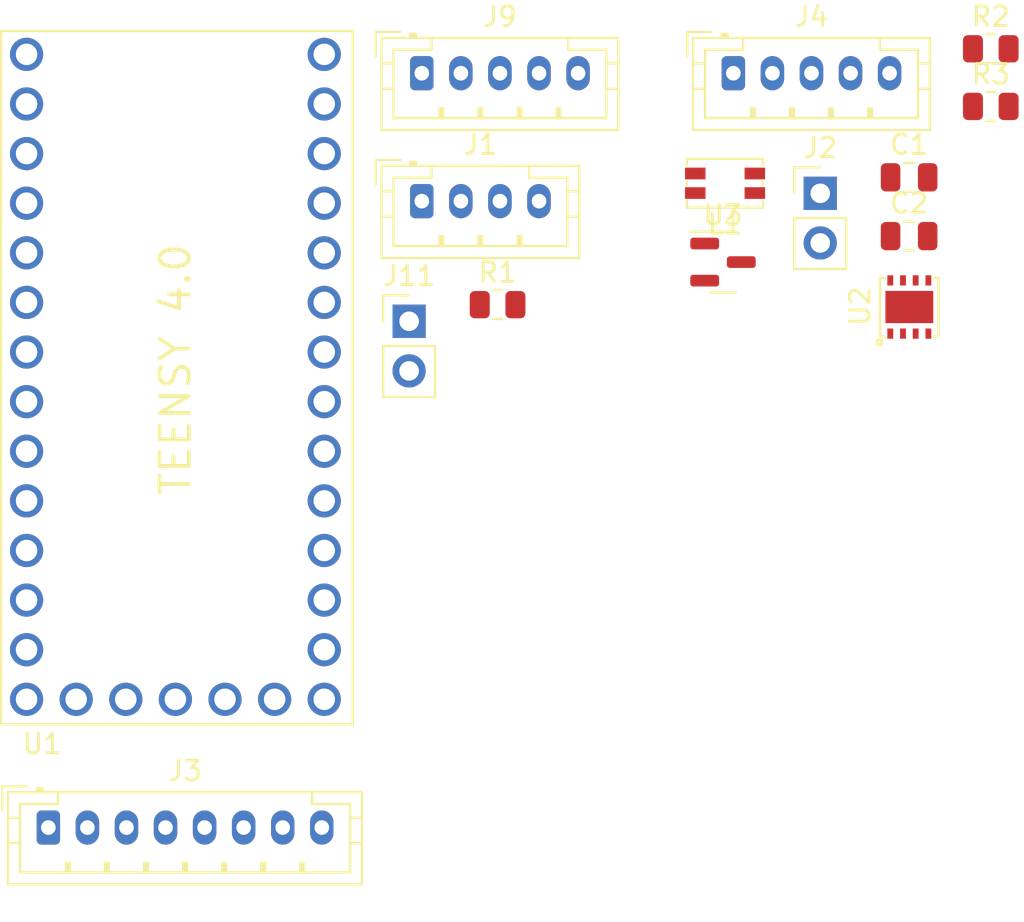
<source format=kicad_pcb>
(kicad_pcb (version 20221018) (generator pcbnew)
  (layers (0 "F.Cu" signal) (31 "B.Cu" signal) (34 "B.Paste" user) (35 "F.Paste" user) (36 "B.SilkS" user "B.Silkscreen") (37 "F.SilkS" user "F.Silkscreen") (38 "B.Mask" user) (39 "F.Mask" user) (44 "Edge.Cuts" user))
  (net 0 "")
  (net 1 "+5V")
  (net 2 "GND")
  (net 3 "/B1")
  (net 4 "/B1_LED_GND")
  (net 5 "Net-(J2-Pin_1)")
  (net 6 "/CAN/CAN_H")
  (net 7 "/GNSS/GNSS_REAR_TX")
  (net 8 "/GNSS/GNSS_REAR_RX")
  (net 9 "/GNSS/GNSS_FRONT_RX")
  (net 10 "/GNSS/GNSS_FRONT_TX")
  (net 11 "/GNSS/GNSS_TRACTOR_RX")
  (net 12 "/GNSS/GNSS_TRACTOR_TX")
  (net 13 "+12V")
  (net 14 "/CAN/CAN_L")
  (net 15 "/J1_SW")
  (net 16 "/J1_Y")
  (net 17 "/J1_X")
  (net 18 "Net-(J11-Pin_1)")
  (net 19 "Net-(U2-CANL)")
  (net 20 "Net-(U2-CANH)")
  (net 21 "Net-(U2-STB)")
  (net 37 "/CAN/CAN_TX")
  (net 38 "/CAN/CAN_RX")
  (footprint "Resistor_SMD:R_0805_2012Metric" (layer "F.Cu") (at 269.895 66.1175)
    (fp_text reference "R2" (at 0 -1.65) (layer "F.SilkS"))
    (fp_text value "10k")
    (fp_line (start -0.227064 -0.735) (end 0.227064 -0.735) (stroke (width 0.12)) (layer "F.SilkS"))
    (fp_line (start -0.227064 0.735) (end 0.227064 0.735) (stroke (width 0.12)) (layer "F.SilkS"))
    (pad "1" smd roundrect (at -0.9125 0) (size 1.025 1.4) (layers "F.Cu" "F.Paste" "F.Mask") (roundrect_rratio 0.243902) (net 2 "GND"))
    (pad "2" smd roundrect (at 0.9125 0) (size 1.025 1.4) (layers "F.Cu" "F.Paste" "F.Mask") (roundrect_rratio 0.243902) (net 21 "Net-(U2-STB)"))
  )
  (footprint "Connector_JST:JST_PH_B5B-PH-K_1x05_P2.00mm_Vertical" (layer "F.Cu") (at 240.765 67.3675)
    (fp_text reference "J9" (at 4 -2.9) (layer "F.SilkS"))
    (fp_text value "JOYSTICK 1")
    (fp_line (start -2.36 -2.11) (end -2.36 -0.86) (stroke (width 0.12)) (layer "F.SilkS"))
    (fp_line (start -2.06 -1.81) (end -2.06 2.91) (stroke (width 0.12)) (layer "F.SilkS"))
    (fp_line (start -2.06 -0.5) (end -1.45 -0.5) (stroke (width 0.12)) (layer "F.SilkS"))
    (fp_line (start -2.06 0.8) (end -1.45 0.8) (stroke (width 0.12)) (layer "F.SilkS"))
    (fp_line (start -2.06 2.91) (end 10.06 2.91) (stroke (width 0.12)) (layer "F.SilkS"))
    (fp_line (start -1.45 -1.2) (end -1.45 2.3) (stroke (width 0.12)) (layer "F.SilkS"))
    (fp_line (start -1.45 2.3) (end 9.45 2.3) (stroke (width 0.12)) (layer "F.SilkS"))
    (fp_line (start -1.11 -2.11) (end -2.36 -2.11) (stroke (width 0.12)) (layer "F.SilkS"))
    (fp_line (start -0.6 -2.01) (end -0.6 -1.81) (stroke (width 0.12)) (layer "F.SilkS"))
    (fp_line (start -0.3 -2.01) (end -0.6 -2.01) (stroke (width 0.12)) (layer "F.SilkS"))
    (fp_line (start -0.3 -1.91) (end -0.6 -1.91) (stroke (width 0.12)) (layer "F.SilkS"))
    (fp_line (start -0.3 -1.81) (end -0.3 -2.01) (stroke (width 0.12)) (layer "F.SilkS"))
    (fp_line (start 0.5 -1.81) (end 0.5 -1.2) (stroke (width 0.12)) (layer "F.SilkS"))
    (fp_line (start 0.5 -1.2) (end -1.45 -1.2) (stroke (width 0.12)) (layer "F.SilkS"))
    (fp_line (start 0.9 1.8) (end 1.1 1.8) (stroke (width 0.12)) (layer "F.SilkS"))
    (fp_line (start 0.9 2.3) (end 0.9 1.8) (stroke (width 0.12)) (layer "F.SilkS"))
    (fp_line (start 1 2.3) (end 1 1.8) (stroke (width 0.12)) (layer "F.SilkS"))
    (fp_line (start 1.1 1.8) (end 1.1 2.3) (stroke (width 0.12)) (layer "F.SilkS"))
    (fp_line (start 2.9 1.8) (end 3.1 1.8) (stroke (width 0.12)) (layer "F.SilkS"))
    (fp_line (start 2.9 2.3) (end 2.9 1.8) (stroke (width 0.12)) (layer "F.SilkS"))
    (fp_line (start 3 2.3) (end 3 1.8) (stroke (width 0.12)) (layer "F.SilkS"))
    (fp_line (start 3.1 1.8) (end 3.1 2.3) (stroke (width 0.12)) (layer "F.SilkS"))
    (fp_line (start 4.9 1.8) (end 5.1 1.8) (stroke (width 0.12)) (layer "F.SilkS"))
    (fp_line (start 4.9 2.3) (end 4.9 1.8) (stroke (width 0.12)) (layer "F.SilkS"))
    (fp_line (start 5 2.3) (end 5 1.8) (stroke (width 0.12)) (layer "F.SilkS"))
    (fp_line (start 5.1 1.8) (end 5.1 2.3) (stroke (width 0.12)) (layer "F.SilkS"))
    (fp_line (start 6.9 1.8) (end 7.1 1.8) (stroke (width 0.12)) (layer "F.SilkS"))
    (fp_line (start 6.9 2.3) (end 6.9 1.8) (stroke (width 0.12)) (layer "F.SilkS"))
    (fp_line (start 7 2.3) (end 7 1.8) (stroke (width 0.12)) (layer "F.SilkS"))
    (fp_line (start 7.1 1.8) (end 7.1 2.3) (stroke (width 0.12)) (layer "F.SilkS"))
    (fp_line (start 7.5 -1.2) (end 7.5 -1.81) (stroke (width 0.12)) (layer "F.SilkS"))
    (fp_line (start 9.45 -1.2) (end 7.5 -1.2) (stroke (width 0.12)) (layer "F.SilkS"))
    (fp_line (start 9.45 2.3) (end 9.45 -1.2) (stroke (width 0.12)) (layer "F.SilkS"))
    (fp_line (start 10.06 -1.81) (end -2.06 -1.81) (stroke (width 0.12)) (layer "F.SilkS"))
    (fp_line (start 10.06 -0.5) (end 9.45 -0.5) (stroke (width 0.12)) (layer "F.SilkS"))
    (fp_line (start 10.06 0.8) (end 9.45 0.8) (stroke (width 0.12)) (layer "F.SilkS"))
    (fp_line (start 10.06 2.91) (end 10.06 -1.81) (stroke (width 0.12)) (layer "F.SilkS"))
    (pad "1" thru_hole roundrect (at 0 0) (size 1.2 1.75) (drill 0.75) (layers "*.Cu" "*.Mask") (roundrect_rratio 0.208333) (net 15 "/J1_SW"))
    (pad "2" thru_hole oval (at 2 0) (size 1.2 1.75) (drill 0.75) (layers "*.Cu" "*.Mask") (net 16 "/J1_Y"))
    (pad "3" thru_hole oval (at 4 0) (size 1.2 1.75) (drill 0.75) (layers "*.Cu" "*.Mask") (net 17 "/J1_X"))
    (pad "4" thru_hole oval (at 6 0) (size 1.2 1.75) (drill 0.75) (layers "*.Cu" "*.Mask") (net 1 "+5V"))
    (pad "5" thru_hole oval (at 8 0) (size 1.2 1.75) (drill 0.75) (layers "*.Cu" "*.Mask") (net 2 "GND"))
  )
  (footprint "Resistor_SMD:R_0805_2012Metric" (layer "F.Cu") (at 269.895 69.0675)
    (fp_text reference "R3" (at 0 -1.65) (layer "F.SilkS"))
    (fp_text value "120")
    (fp_line (start -0.227064 -0.735) (end 0.227064 -0.735) (stroke (width 0.12)) (layer "F.SilkS"))
    (fp_line (start -0.227064 0.735) (end 0.227064 0.735) (stroke (width 0.12)) (layer "F.SilkS"))
    (pad "1" smd roundrect (at -0.9125 0) (size 1.025 1.4) (layers "F.Cu" "F.Paste" "F.Mask") (roundrect_rratio 0.243902) (net 14 "/CAN/CAN_L"))
    (pad "2" smd roundrect (at 0.9125 0) (size 1.025 1.4) (layers "F.Cu" "F.Paste" "F.Mask") (roundrect_rratio 0.243902) (net 5 "Net-(J2-Pin_1)"))
  )
  (footprint "EmSA:ACT1210-510-2P-TL00" (layer "F.Cu") (at 256.29 73.0025)
    (fp_text reference "L1" (at 0 2.1) (layer "F.SilkS"))
    (fp_text value "ACT1210-510-2P-TL00")
    (fp_line (start -1.95 -1.25) (end -1.95 -0.9) (stroke (width 0.12)) (layer "F.SilkS"))
    (fp_line (start -1.95 -0.1) (end -1.95 0.1) (stroke (width 0.12)) (layer "F.SilkS"))
    (fp_line (start -1.95 0.9) (end -1.95 1.25) (stroke (width 0.12)) (layer "F.SilkS"))
    (fp_line (start -1.95 1.25) (end 1.95 1.25) (stroke (width 0.12)) (layer "F.SilkS"))
    (fp_line (start 1.95 -1.25) (end -1.95 -1.25) (stroke (width 0.12)) (layer "F.SilkS"))
    (fp_line (start 1.95 -1.25) (end 1.95 -0.9) (stroke (width 0.12)) (layer "F.SilkS"))
    (fp_line (start 1.95 -0.1) (end 1.95 0.1) (stroke (width 0.12)) (layer "F.SilkS"))
    (fp_line (start 1.95 1.25) (end 1.95 0.9) (stroke (width 0.12)) (layer "F.SilkS"))
    (pad "1" smd rect (at -1.525 -0.5) (size 1.05 0.6) (layers "F.Cu" "F.Paste" "F.Mask") (net 20 "Net-(U2-CANH)"))
    (pad "2" smd rect (at -1.525 0.5) (size 1.05 0.6) (layers "F.Cu" "F.Paste" "F.Mask") (net 19 "Net-(U2-CANL)"))
    (pad "3" smd rect (at 1.525 0.5) (size 1.05 0.6) (layers "F.Cu" "F.Paste" "F.Mask") (net 14 "/CAN/CAN_L"))
    (pad "4" smd rect (at 1.525 -0.5) (size 1.05 0.6) (layers "F.Cu" "F.Paste" "F.Mask") (net 6 "/CAN/CAN_H"))
  )
  (footprint "Connector_PinHeader_2.54mm:PinHeader_1x02_P2.54mm_Vertical" (layer "F.Cu") (at 261.165 73.5175)
    (fp_text reference "J2" (at 0 -2.33) (layer "F.SilkS"))
    (fp_text value "TERM")
    (fp_line (start -1.33 -1.33) (end 0 -1.33) (stroke (width 0.12)) (layer "F.SilkS"))
    (fp_line (start -1.33 0) (end -1.33 -1.33) (stroke (width 0.12)) (layer "F.SilkS"))
    (fp_line (start -1.33 1.27) (end -1.33 3.87) (stroke (width 0.12)) (layer "F.SilkS"))
    (fp_line (start -1.33 1.27) (end 1.33 1.27) (stroke (width 0.12)) (layer "F.SilkS"))
    (fp_line (start -1.33 3.87) (end 1.33 3.87) (stroke (width 0.12)) (layer "F.SilkS"))
    (fp_line (start 1.33 1.27) (end 1.33 3.87) (stroke (width 0.12)) (layer "F.SilkS"))
    (pad "1" thru_hole rect (at 0 0) (size 1.7 1.7) (drill 1) (layers "*.Cu" "*.Mask") (net 5 "Net-(J2-Pin_1)"))
    (pad "2" thru_hole oval (at 0 2.54) (size 1.7 1.7) (drill 1) (layers "*.Cu" "*.Mask") (net 6 "/CAN/CAN_H"))
  )
  (footprint "Connector_JST:JST_PH_B4B-PH-K_1x04_P2.00mm_Vertical" (layer "F.Cu") (at 240.765 73.9175)
    (fp_text reference "J1" (at 3 -2.9) (layer "F.SilkS"))
    (fp_text value "BUTTON 1")
    (fp_line (start -2.36 -2.11) (end -2.36 -0.86) (stroke (width 0.12)) (layer "F.SilkS"))
    (fp_line (start -2.06 -1.81) (end -2.06 2.91) (stroke (width 0.12)) (layer "F.SilkS"))
    (fp_line (start -2.06 -0.5) (end -1.45 -0.5) (stroke (width 0.12)) (layer "F.SilkS"))
    (fp_line (start -2.06 0.8) (end -1.45 0.8) (stroke (width 0.12)) (layer "F.SilkS"))
    (fp_line (start -2.06 2.91) (end 8.06 2.91) (stroke (width 0.12)) (layer "F.SilkS"))
    (fp_line (start -1.45 -1.2) (end -1.45 2.3) (stroke (width 0.12)) (layer "F.SilkS"))
    (fp_line (start -1.45 2.3) (end 7.45 2.3) (stroke (width 0.12)) (layer "F.SilkS"))
    (fp_line (start -1.11 -2.11) (end -2.36 -2.11) (stroke (width 0.12)) (layer "F.SilkS"))
    (fp_line (start -0.6 -2.01) (end -0.6 -1.81) (stroke (width 0.12)) (layer "F.SilkS"))
    (fp_line (start -0.3 -2.01) (end -0.6 -2.01) (stroke (width 0.12)) (layer "F.SilkS"))
    (fp_line (start -0.3 -1.91) (end -0.6 -1.91) (stroke (width 0.12)) (layer "F.SilkS"))
    (fp_line (start -0.3 -1.81) (end -0.3 -2.01) (stroke (width 0.12)) (layer "F.SilkS"))
    (fp_line (start 0.5 -1.81) (end 0.5 -1.2) (stroke (width 0.12)) (layer "F.SilkS"))
    (fp_line (start 0.5 -1.2) (end -1.45 -1.2) (stroke (width 0.12)) (layer "F.SilkS"))
    (fp_line (start 0.9 1.8) (end 1.1 1.8) (stroke (width 0.12)) (layer "F.SilkS"))
    (fp_line (start 0.9 2.3) (end 0.9 1.8) (stroke (width 0.12)) (layer "F.SilkS"))
    (fp_line (start 1 2.3) (end 1 1.8) (stroke (width 0.12)) (layer "F.SilkS"))
    (fp_line (start 1.1 1.8) (end 1.1 2.3) (stroke (width 0.12)) (layer "F.SilkS"))
    (fp_line (start 2.9 1.8) (end 3.1 1.8) (stroke (width 0.12)) (layer "F.SilkS"))
    (fp_line (start 2.9 2.3) (end 2.9 1.8) (stroke (width 0.12)) (layer "F.SilkS"))
    (fp_line (start 3 2.3) (end 3 1.8) (stroke (width 0.12)) (layer "F.SilkS"))
    (fp_line (start 3.1 1.8) (end 3.1 2.3) (stroke (width 0.12)) (layer "F.SilkS"))
    (fp_line (start 4.9 1.8) (end 5.1 1.8) (stroke (width 0.12)) (layer "F.SilkS"))
    (fp_line (start 4.9 2.3) (end 4.9 1.8) (stroke (width 0.12)) (layer "F.SilkS"))
    (fp_line (start 5 2.3) (end 5 1.8) (stroke (width 0.12)) (layer "F.SilkS"))
    (fp_line (start 5.1 1.8) (end 5.1 2.3) (stroke (width 0.12)) (layer "F.SilkS"))
    (fp_line (start 5.5 -1.2) (end 5.5 -1.81) (stroke (width 0.12)) (layer "F.SilkS"))
    (fp_line (start 7.45 -1.2) (end 5.5 -1.2) (stroke (width 0.12)) (layer "F.SilkS"))
    (fp_line (start 7.45 2.3) (end 7.45 -1.2) (stroke (width 0.12)) (layer "F.SilkS"))
    (fp_line (start 8.06 -1.81) (end -2.06 -1.81) (stroke (width 0.12)) (layer "F.SilkS"))
    (fp_line (start 8.06 -0.5) (end 7.45 -0.5) (stroke (width 0.12)) (layer "F.SilkS"))
    (fp_line (start 8.06 0.8) (end 7.45 0.8) (stroke (width 0.12)) (layer "F.SilkS"))
    (fp_line (start 8.06 2.91) (end 8.06 -1.81) (stroke (width 0.12)) (layer "F.SilkS"))
    (pad "1" thru_hole roundrect (at 0 0) (size 1.2 1.75) (drill 0.75) (layers "*.Cu" "*.Mask") (roundrect_rratio 0.208333) (net 3 "/B1"))
    (pad "2" thru_hole oval (at 2 0) (size 1.2 1.75) (drill 0.75) (layers "*.Cu" "*.Mask") (net 2 "GND"))
    (pad "3" thru_hole oval (at 4 0) (size 1.2 1.75) (drill 0.75) (layers "*.Cu" "*.Mask") (net 1 "+5V"))
    (pad "4" thru_hole oval (at 6 0) (size 1.2 1.75) (drill 0.75) (layers "*.Cu" "*.Mask") (net 4 "/B1_LED_GND"))
  )
  (footprint "Capacitor_SMD:C_0805_2012Metric" (layer "F.Cu") (at 265.715 72.6975)
    (fp_text reference "C1" (at 0 -1.68) (layer "F.SilkS"))
    (fp_text value "100n")
    (fp_line (start -0.261252 -0.735) (end 0.261252 -0.735) (stroke (width 0.12)) (layer "F.SilkS"))
    (fp_line (start -0.261252 0.735) (end 0.261252 0.735) (stroke (width 0.12)) (layer "F.SilkS"))
    (pad "1" smd roundrect (at -0.95 0) (size 1 1.45) (layers "F.Cu" "F.Paste" "F.Mask") (net 1 "+5V"))
    (pad "2" smd roundrect (at 0.95 0) (size 1 1.45) (layers "F.Cu" "F.Paste" "F.Mask") (net 2 "GND"))
  )
  (footprint "Package_TO_SOT_SMD:SOT-23" (layer "F.Cu") (at 256.185 77.0375)
    (fp_text reference "U3" (at 0 -2.4) (layer "F.SilkS"))
    (fp_text value "PESD2CANFD24V-TR")
    (fp_line (start 0 -1.56) (end -1.675 -1.56) (stroke (width 0.12)) (layer "F.SilkS"))
    (fp_line (start 0 -1.56) (end 0.65 -1.56) (stroke (width 0.12)) (layer "F.SilkS"))
    (fp_line (start 0 1.56) (end -0.65 1.56) (stroke (width 0.12)) (layer "F.SilkS"))
    (fp_line (start 0 1.56) (end 0.65 1.56) (stroke (width 0.12)) (layer "F.SilkS"))
    (pad "1" smd roundrect (at -0.9375 -0.95) (size 1.475 0.6) (layers "F.Cu" "F.Paste" "F.Mask") (net 14 "/CAN/CAN_L"))
    (pad "2" smd roundrect (at -0.9375 0.95) (size 1.475 0.6) (layers "F.Cu" "F.Paste" "F.Mask") (net 6 "/CAN/CAN_H"))
    (pad "3" smd roundrect (at 0.9375 0) (size 1.475 0.6) (layers "F.Cu" "F.Paste" "F.Mask") (net 2 "GND"))
  )
  (footprint "Resistor_SMD:R_0805_2012Metric" (layer "F.Cu") (at 244.645 79.2175)
    (fp_text reference "R1" (at 0 -1.65) (layer "F.SilkS"))
    (fp_text value "10k")
    (fp_line (start -0.227064 -0.735) (end 0.227064 -0.735) (stroke (width 0.12)) (layer "F.SilkS"))
    (fp_line (start -0.227064 0.735) (end 0.227064 0.735) (stroke (width 0.12)) (layer "F.SilkS"))
    (pad "1" smd roundrect (at -0.9125 0) (size 1.025 1.4) (layers "F.Cu" "F.Paste" "F.Mask") (roundrect_rratio 0.243902) (net 1 "+5V"))
    (pad "2" smd roundrect (at 0.9125 0) (size 1.025 1.4) (layers "F.Cu" "F.Paste" "F.Mask") (roundrect_rratio 0.243902) (net 3 "/B1"))
  )
  (footprint "Connector_JST:JST_PH_B8B-PH-K_1x08_P2.00mm_Vertical" (layer "F.Cu") (at 221.645 105.9875)
    (fp_text reference "J3" (at 7 -2.9) (layer "F.SilkS"))
    (fp_text value "GPS SIM")
    (fp_line (start -2.36 -2.11) (end -2.36 -0.86) (stroke (width 0.12)) (layer "F.SilkS"))
    (fp_line (start -2.06 -1.81) (end -2.06 2.91) (stroke (width 0.12)) (layer "F.SilkS"))
    (fp_line (start -2.06 -0.5) (end -1.45 -0.5) (stroke (width 0.12)) (layer "F.SilkS"))
    (fp_line (start -2.06 0.8) (end -1.45 0.8) (stroke (width 0.12)) (layer "F.SilkS"))
    (fp_line (start -2.06 2.91) (end 16.06 2.91) (stroke (width 0.12)) (layer "F.SilkS"))
    (fp_line (start -1.45 -1.2) (end -1.45 2.3) (stroke (width 0.12)) (layer "F.SilkS"))
    (fp_line (start -1.45 2.3) (end 15.45 2.3) (stroke (width 0.12)) (layer "F.SilkS"))
    (fp_line (start -1.11 -2.11) (end -2.36 -2.11) (stroke (width 0.12)) (layer "F.SilkS"))
    (fp_line (start -0.6 -2.01) (end -0.6 -1.81) (stroke (width 0.12)) (layer "F.SilkS"))
    (fp_line (start -0.3 -2.01) (end -0.6 -2.01) (stroke (width 0.12)) (layer "F.SilkS"))
    (fp_line (start -0.3 -1.91) (end -0.6 -1.91) (stroke (width 0.12)) (layer "F.SilkS"))
    (fp_line (start -0.3 -1.81) (end -0.3 -2.01) (stroke (width 0.12)) (layer "F.SilkS"))
    (fp_line (start 0.5 -1.81) (end 0.5 -1.2) (stroke (width 0.12)) (layer "F.SilkS"))
    (fp_line (start 0.5 -1.2) (end -1.45 -1.2) (stroke (width 0.12)) (layer "F.SilkS"))
    (fp_line (start 0.9 1.8) (end 1.1 1.8) (stroke (width 0.12)) (layer "F.SilkS"))
    (fp_line (start 0.9 2.3) (end 0.9 1.8) (stroke (width 0.12)) (layer "F.SilkS"))
    (fp_line (start 1 2.3) (end 1 1.8) (stroke (width 0.12)) (layer "F.SilkS"))
    (fp_line (start 1.1 1.8) (end 1.1 2.3) (stroke (width 0.12)) (layer "F.SilkS"))
    (fp_line (start 2.9 1.8) (end 3.1 1.8) (stroke (width 0.12)) (layer "F.SilkS"))
    (fp_line (start 2.9 2.3) (end 2.9 1.8) (stroke (width 0.12)) (layer "F.SilkS"))
    (fp_line (start 3 2.3) (end 3 1.8) (stroke (width 0.12)) (layer "F.SilkS"))
    (fp_line (start 3.1 1.8) (end 3.1 2.3) (stroke (width 0.12)) (layer "F.SilkS"))
    (fp_line (start 4.9 1.8) (end 5.1 1.8) (stroke (width 0.12)) (layer "F.SilkS"))
    (fp_line (start 4.9 2.3) (end 4.9 1.8) (stroke (width 0.12)) (layer "F.SilkS"))
    (fp_line (start 5 2.3) (end 5 1.8) (stroke (width 0.12)) (layer "F.SilkS"))
    (fp_line (start 5.1 1.8) (end 5.1 2.3) (stroke (width 0.12)) (layer "F.SilkS"))
    (fp_line (start 6.9 1.8) (end 7.1 1.8) (stroke (width 0.12)) (layer "F.SilkS"))
    (fp_line (start 6.9 2.3) (end 6.9 1.8) (stroke (width 0.12)) (layer "F.SilkS"))
    (fp_line (start 7 2.3) (end 7 1.8) (stroke (width 0.12)) (layer "F.SilkS"))
    (fp_line (start 7.1 1.8) (end 7.1 2.3) (stroke (width 0.12)) (layer "F.SilkS"))
    (fp_line (start 8.9 1.8) (end 9.1 1.8) (stroke (width 0.12)) (layer "F.SilkS"))
    (fp_line (start 8.9 2.3) (end 8.9 1.8) (stroke (width 0.12)) (layer "F.SilkS"))
    (fp_line (start 9 2.3) (end 9 1.8) (stroke (width 0.12)) (layer "F.SilkS"))
    (fp_line (start 9.1 1.8) (end 9.1 2.3) (stroke (width 0.12)) (layer "F.SilkS"))
    (fp_line (start 10.9 1.8) (end 11.1 1.8) (stroke (width 0.12)) (layer "F.SilkS"))
    (fp_line (start 10.9 2.3) (end 10.9 1.8) (stroke (width 0.12)) (layer "F.SilkS"))
    (fp_line (start 11 2.3) (end 11 1.8) (stroke (width 0.12)) (layer "F.SilkS"))
    (fp_line (start 11.1 1.8) (end 11.1 2.3) (stroke (width 0.12)) (layer "F.SilkS"))
    (fp_line (start 12.9 1.8) (end 13.1 1.8) (stroke (width 0.12)) (layer "F.SilkS"))
    (fp_line (start 12.9 2.3) (end 12.9 1.8) (stroke (width 0.12)) (layer "F.SilkS"))
    (fp_line (start 13 2.3) (end 13 1.8) (stroke (width 0.12)) (layer "F.SilkS"))
    (fp_line (start 13.1 1.8) (end 13.1 2.3) (stroke (width 0.12)) (layer "F.SilkS"))
    (fp_line (start 13.5 -1.2) (end 13.5 -1.81) (stroke (width 0.12)) (layer "F.SilkS"))
    (fp_line (start 15.45 -1.2) (end 13.5 -1.2) (stroke (width 0.12)) (layer "F.SilkS"))
    (fp_line (start 15.45 2.3) (end 15.45 -1.2) (stroke (width 0.12)) (layer "F.SilkS"))
    (fp_line (start 16.06 -1.81) (end -2.06 -1.81) (stroke (width 0.12)) (layer "F.SilkS"))
    (fp_line (start 16.06 -0.5) (end 15.45 -0.5) (stroke (width 0.12)) (layer "F.SilkS"))
    (fp_line (start 16.06 0.8) (end 15.45 0.8) (stroke (width 0.12)) (layer "F.SilkS"))
    (fp_line (start 16.06 2.91) (end 16.06 -1.81) (stroke (width 0.12)) (layer "F.SilkS"))
    (pad "1" thru_hole roundrect (at 0 0) (size 1.2 1.75) (drill 0.75) (layers "*.Cu" "*.Mask") (roundrect_rratio 0.208333) (net 2 "GND"))
    (pad "2" thru_hole oval (at 2 0) (size 1.2 1.75) (drill 0.75) (layers "*.Cu" "*.Mask") (net 7 "/GNSS/GNSS_REAR_TX"))
    (pad "3" thru_hole oval (at 4 0) (size 1.2 1.75) (drill 0.75) (layers "*.Cu" "*.Mask") (net 8 "/GNSS/GNSS_REAR_RX"))
    (pad "4" thru_hole oval (at 6 0) (size 1.2 1.75) (drill 0.75) (layers "*.Cu" "*.Mask") (net 9 "/GNSS/GNSS_FRONT_RX"))
    (pad "5" thru_hole oval (at 8 0) (size 1.2 1.75) (drill 0.75) (layers "*.Cu" "*.Mask") (net 10 "/GNSS/GNSS_FRONT_TX"))
    (pad "6" thru_hole oval (at 10 0) (size 1.2 1.75) (drill 0.75) (layers "*.Cu" "*.Mask") (net 11 "/GNSS/GNSS_TRACTOR_RX"))
    (pad "7" thru_hole oval (at 12 0) (size 1.2 1.75) (drill 0.75) (layers "*.Cu" "*.Mask") (net 12 "/GNSS/GNSS_TRACTOR_TX"))
    (pad "8" thru_hole oval (at 14 0) (size 1.2 1.75) (drill 0.75) (layers "*.Cu" "*.Mask") (net 1 "+5V"))
  )
  (footprint "Britishideas:Teensy_4.0" (layer "F.Cu") (at 220.53 66.4025)
    (fp_text reference "U1" (at 0.8 35.3 unlocked) (layer "F.SilkS"))
    (fp_text value "TEENSY 4.0")
    (fp_text user "TEENSY 4.0" (at 8.5 22.7 90 unlocked) (layer "F.SilkS") (effects (font (size 1.5 1.5) (thickness 0.2)) (justify left bottom)))
    (fp_line (start -1.3 -1.2) (end -1.3 34.3) (stroke (width 0.12)) (layer "F.SilkS"))
    (fp_line (start -1.3 34.3) (end 16.7 34.3) (stroke (width 0.12)) (layer "F.SilkS"))
    (fp_line (start 16.7 -1.2) (end -1.3 -1.2) (stroke (width 0.12)) (layer "F.SilkS"))
    (fp_line (start 16.7 34.3) (end 16.7 -1.2) (stroke (width 0.12)) (layer "F.SilkS"))
    (pad "1" thru_hole circle (at 0 0) (size 1.7 1.7) (drill 1.1) (layers "*.Cu" "*.Mask") (net 2 "GND"))
    (pad "2" thru_hole circle (at 0 2.54) (size 1.7 1.7) (drill 1.1) (layers "*.Cu" "*.Mask") (net 9 "/GNSS/GNSS_FRONT_RX"))
    (pad "3" thru_hole circle (at 0 5.08) (size 1.7 1.7) (drill 1.1) (layers "*.Cu" "*.Mask") (net 10 "/GNSS/GNSS_FRONT_TX"))
    (pad "4" thru_hole circle (at 0 7.62) (size 1.7 1.7) (drill 1.1) (layers "*.Cu" "*.Mask") (net 3 "/B1"))
    (pad "5" thru_hole circle (at 0 10.16) (size 1.7 1.7) (drill 1.1) (layers "*.Cu" "*.Mask") (net 4 "/B1_LED_GND"))
    (pad "6" thru_hole circle (at 0 12.7) (size 1.7 1.7) (drill 1.1) (layers "*.Cu" "*.Mask"))
    (pad "7" thru_hole circle (at 0 15.24) (size 1.7 1.7) (drill 1.1) (layers "*.Cu" "*.Mask"))
    (pad "8" thru_hole circle (at 0 17.78) (size 1.7 1.7) (drill 1.1) (layers "*.Cu" "*.Mask"))
    (pad "9" thru_hole circle (at 0 20.32) (size 1.7 1.7) (drill 1.1) (layers "*.Cu" "*.Mask") (net 8 "/GNSS/GNSS_REAR_RX"))
    (pad "10" thru_hole circle (at 0 22.86) (size 1.7 1.7) (drill 1.1) (layers "*.Cu" "*.Mask") (net 7 "/GNSS/GNSS_REAR_TX"))
    (pad "11" thru_hole circle (at 0 25.4) (size 1.7 1.7) (drill 1.1) (layers "*.Cu" "*.Mask"))
    (pad "12" thru_hole circle (at 0 27.94) (size 1.7 1.7) (drill 1.1) (layers "*.Cu" "*.Mask"))
    (pad "13" thru_hole circle (at 0 30.48) (size 1.7 1.7) (drill 1.1) (layers "*.Cu" "*.Mask"))
    (pad "14" thru_hole circle (at 0 33.02) (size 1.7 1.7) (drill 1.1) (layers "*.Cu" "*.Mask"))
    (pad "15" thru_hole circle (at 2.54 33.02) (size 1.7 1.7) (drill 1.1) (layers "*.Cu" "*.Mask"))
    (pad "16" thru_hole circle (at 5.08 33.02) (size 1.7 1.7) (drill 1.1) (layers "*.Cu" "*.Mask"))
    (pad "17" thru_hole circle (at 7.62 33.02) (size 1.7 1.7) (drill 1.1) (layers "*.Cu" "*.Mask") (net 2 "GND"))
    (pad "18" thru_hole circle (at 10.16 33.02) (size 1.7 1.7) (drill 1.1) (layers "*.Cu" "*.Mask"))
    (pad "19" thru_hole circle (at 12.7 33.02) (size 1.7 1.7) (drill 1.1) (layers "*.Cu" "*.Mask"))
    (pad "20" thru_hole circle (at 15.24 33.02) (size 1.7 1.7) (drill 1.1) (layers "*.Cu" "*.Mask"))
    (pad "21" thru_hole circle (at 15.24 30.48) (size 1.7 1.7) (drill 1.1) (layers "*.Cu" "*.Mask") (net 15 "/J1_SW"))
    (pad "22" thru_hole circle (at 15.24 27.94) (size 1.7 1.7) (drill 1.1) (layers "*.Cu" "*.Mask") (net 16 "/J1_Y"))
    (pad "23" thru_hole circle (at 15.24 25.4) (size 1.7 1.7) (drill 1.1) (layers "*.Cu" "*.Mask") (net 17 "/J1_X"))
    (pad "24" thru_hole circle (at 15.24 22.86) (size 1.7 1.7) (drill 1.1) (layers "*.Cu" "*.Mask"))
    (pad "25" thru_hole circle (at 15.24 20.32) (size 1.7 1.7) (drill 1.1) (layers "*.Cu" "*.Mask"))
    (pad "26" thru_hole circle (at 15.24 17.78) (size 1.7 1.7) (drill 1.1) (layers "*.Cu" "*.Mask"))
    (pad "27" thru_hole circle (at 15.24 15.24) (size 1.7 1.7) (drill 1.1) (layers "*.Cu" "*.Mask") (net 12 "/GNSS/GNSS_TRACTOR_TX"))
    (pad "28" thru_hole circle (at 15.24 12.7) (size 1.7 1.7) (drill 1.1) (layers "*.Cu" "*.Mask") (net 11 "/GNSS/GNSS_TRACTOR_RX"))
    (pad "29" thru_hole circle (at 15.24 10.16) (size 1.7 1.7) (drill 1.1) (layers "*.Cu" "*.Mask") (net 37 "/CAN/CAN_TX"))
    (pad "30" thru_hole circle (at 15.24 7.62) (size 1.7 1.7) (drill 1.1) (layers "*.Cu" "*.Mask") (net 38 "/CAN/CAN_RX"))
    (pad "31" thru_hole circle (at 15.24 5.08) (size 1.7 1.7) (drill 1.1) (layers "*.Cu" "*.Mask"))
    (pad "32" thru_hole circle (at 15.24 2.54) (size 1.7 1.7) (drill 1.1) (layers "*.Cu" "*.Mask") (net 2 "GND"))
    (pad "33" thru_hole circle (at 15.24 0) (size 1.7 1.7) (drill 1.1) (layers "*.Cu" "*.Mask") (net 18 "Net-(J11-Pin_1)"))
  )
  (footprint "Connector_JST:JST_PH_B5B-PH-K_1x05_P2.00mm_Vertical" (layer "F.Cu") (at 256.715 67.3675)
    (fp_text reference "J4" (at 4 -2.9) (layer "F.SilkS"))
    (fp_text value "CAN BUS")
    (fp_line (start -2.36 -2.11) (end -2.36 -0.86) (stroke (width 0.12)) (layer "F.SilkS"))
    (fp_line (start -2.06 -1.81) (end -2.06 2.91) (stroke (width 0.12)) (layer "F.SilkS"))
    (fp_line (start -2.06 -0.5) (end -1.45 -0.5) (stroke (width 0.12)) (layer "F.SilkS"))
    (fp_line (start -2.06 0.8) (end -1.45 0.8) (stroke (width 0.12)) (layer "F.SilkS"))
    (fp_line (start -2.06 2.91) (end 10.06 2.91) (stroke (width 0.12)) (layer "F.SilkS"))
    (fp_line (start -1.45 -1.2) (end -1.45 2.3) (stroke (width 0.12)) (layer "F.SilkS"))
    (fp_line (start -1.45 2.3) (end 9.45 2.3) (stroke (width 0.12)) (layer "F.SilkS"))
    (fp_line (start -1.11 -2.11) (end -2.36 -2.11) (stroke (width 0.12)) (layer "F.SilkS"))
    (fp_line (start -0.6 -2.01) (end -0.6 -1.81) (stroke (width 0.12)) (layer "F.SilkS"))
    (fp_line (start -0.3 -2.01) (end -0.6 -2.01) (stroke (width 0.12)) (layer "F.SilkS"))
    (fp_line (start -0.3 -1.91) (end -0.6 -1.91) (stroke (width 0.12)) (layer "F.SilkS"))
    (fp_line (start -0.3 -1.81) (end -0.3 -2.01) (stroke (width 0.12)) (layer "F.SilkS"))
    (fp_line (start 0.5 -1.81) (end 0.5 -1.2) (stroke (width 0.12)) (layer "F.SilkS"))
    (fp_line (start 0.5 -1.2) (end -1.45 -1.2) (stroke (width 0.12)) (layer "F.SilkS"))
    (fp_line (start 0.9 1.8) (end 1.1 1.8) (stroke (width 0.12)) (layer "F.SilkS"))
    (fp_line (start 0.9 2.3) (end 0.9 1.8) (stroke (width 0.12)) (layer "F.SilkS"))
    (fp_line (start 1 2.3) (end 1 1.8) (stroke (width 0.12)) (layer "F.SilkS"))
    (fp_line (start 1.1 1.8) (end 1.1 2.3) (stroke (width 0.12)) (layer "F.SilkS"))
    (fp_line (start 2.9 1.8) (end 3.1 1.8) (stroke (width 0.12)) (layer "F.SilkS"))
    (fp_line (start 2.9 2.3) (end 2.9 1.8) (stroke (width 0.12)) (layer "F.SilkS"))
    (fp_line (start 3 2.3) (end 3 1.8) (stroke (width 0.12)) (layer "F.SilkS"))
    (fp_line (start 3.1 1.8) (end 3.1 2.3) (stroke (width 0.12)) (layer "F.SilkS"))
    (fp_line (start 4.9 1.8) (end 5.1 1.8) (stroke (width 0.12)) (layer "F.SilkS"))
    (fp_line (start 4.9 2.3) (end 4.9 1.8) (stroke (width 0.12)) (layer "F.SilkS"))
    (fp_line (start 5 2.3) (end 5 1.8) (stroke (width 0.12)) (layer "F.SilkS"))
    (fp_line (start 5.1 1.8) (end 5.1 2.3) (stroke (width 0.12)) (layer "F.SilkS"))
    (fp_line (start 6.9 1.8) (end 7.1 1.8) (stroke (width 0.12)) (layer "F.SilkS"))
    (fp_line (start 6.9 2.3) (end 6.9 1.8) (stroke (width 0.12)) (layer "F.SilkS"))
    (fp_line (start 7 2.3) (end 7 1.8) (stroke (width 0.12)) (layer "F.SilkS"))
    (fp_line (start 7.1 1.8) (end 7.1 2.3) (stroke (width 0.12)) (layer "F.SilkS"))
    (fp_line (start 7.5 -1.2) (end 7.5 -1.81) (stroke (width 0.12)) (layer "F.SilkS"))
    (fp_line (start 9.45 -1.2) (end 7.5 -1.2) (stroke (width 0.12)) (layer "F.SilkS"))
    (fp_line (start 9.45 2.3) (end 9.45 -1.2) (stroke (width 0.12)) (layer "F.SilkS"))
    (fp_line (start 10.06 -1.81) (end -2.06 -1.81) (stroke (width 0.12)) (layer "F.SilkS"))
    (fp_line (start 10.06 -0.5) (end 9.45 -0.5) (stroke (width 0.12)) (layer "F.SilkS"))
    (fp_line (start 10.06 0.8) (end 9.45 0.8) (stroke (width 0.12)) (layer "F.SilkS"))
    (fp_line (start 10.06 2.91) (end 10.06 -1.81) (stroke (width 0.12)) (layer "F.SilkS"))
    (pad "1" thru_hole roundrect (at 0 0) (size 1.2 1.75) (drill 0.75) (layers "*.Cu" "*.Mask") (roundrect_rratio 0.208333) (net 13 "+12V"))
    (pad "2" thru_hole oval (at 2 0) (size 1.2 1.75) (drill 0.75) (layers "*.Cu" "*.Mask") (net 1 "+5V"))
    (pad "3" thru_hole oval (at 4 0) (size 1.2 1.75) (drill 0.75) (layers "*.Cu" "*.Mask") (net 6 "/CAN/CAN_H"))
    (pad "4" thru_hole oval (at 6 0) (size 1.2 1.75) (drill 0.75) (layers "*.Cu" "*.Mask") (net 14 "/CAN/CAN_L"))
    (pad "5" thru_hole oval (at 8 0) (size 1.2 1.75) (drill 0.75) (layers "*.Cu" "*.Mask") (net 2 "GND"))
  )
  (footprint "Capacitor_SMD:C_0805_2012Metric" (layer "F.Cu") (at 265.715 75.7075)
    (fp_text reference "C2" (at 0 -1.68) (layer "F.SilkS"))
    (fp_text value "100n")
    (fp_line (start -0.261252 -0.735) (end 0.261252 -0.735) (stroke (width 0.12)) (layer "F.SilkS"))
    (fp_line (start -0.261252 0.735) (end 0.261252 0.735) (stroke (width 0.12)) (layer "F.SilkS"))
    (pad "1" smd roundrect (at -0.95 0) (size 1 1.45) (layers "F.Cu" "F.Paste" "F.Mask") (net 1 "+5V"))
    (pad "2" smd roundrect (at 0.95 0) (size 1 1.45) (layers "F.Cu" "F.Paste" "F.Mask") (net 2 "GND"))
  )
  (footprint "EmSA:HVSON8_0_65mm" (layer "F.Cu") (at 264.75 80.7)
    (fp_text reference "U2" (at -1.55 -1.4 90) (layer "F.SilkS"))
    (fp_text value "TJA1462ATK-0Z")
    (fp_line (start -0.5306 -2.8508) (end -0.2794 -2.8508) (stroke (width 0.12)) (layer "F.SilkS"))
    (fp_line (start -0.5306 0.1492) (end -0.5306 -2.8508) (stroke (width 0.12)) (layer "F.SilkS"))
    (fp_line (start -0.254 0.1524) (end -0.5306 0.1524) (stroke (width 0.12)) (layer "F.SilkS"))
    (fp_line (start 2.4694 -2.8508) (end 2.2098 -2.8508) (stroke (width 0.12)) (layer "F.SilkS"))
    (fp_line (start 2.4694 -2.8508) (end 2.4694 0.1492) (stroke (width 0.12)) (layer "F.SilkS"))
    (fp_line (start 2.4694 0.1492) (end 2.2098 0.1492) (stroke (width 0.12)) (layer "F.SilkS"))
    (fp_circle (center -0.55 0.45) (end -0.55 0.3) (stroke (width 0.12)) (fill none) (layer "F.SilkS"))
    (fp_circle (center -0.55 0.45) (end -0.55 0.4) (stroke (width 0.12)) (fill none) (layer "F.SilkS"))
    (pad "" smd rect (at 0.975 -1.3625) (size 2.45 1.65) (layers "F.Cu" "F.Paste" "F.Mask"))
    (pad "1" smd rect (at 0 0) (size 0.3 0.525) (layers "F.Cu" "F.Paste" "F.Mask") (net 37 "/CAN/CAN_TX"))
    (pad "2" smd rect (at 0.65 0) (size 0.3 0.525) (layers "F.Cu" "F.Paste" "F.Mask") (net 2 "GND"))
    (pad "3" smd rect (at 1.3 0) (size 0.3 0.525) (layers "F.Cu" "F.Paste" "F.Mask") (net 1 "+5V"))
    (pad "4" smd rect (at 1.95 0) (size 0.3 0.525) (layers "F.Cu" "F.Paste" "F.Mask") (net 38 "/CAN/CAN_RX"))
    (pad "5" smd rect (at 1.95 -2.725) (size 0.3 0.525) (layers "F.Cu" "F.Paste" "F.Mask") (net 1 "+5V"))
    (pad "6" smd rect (at 1.3 -2.725) (size 0.3 0.525) (layers "F.Cu" "F.Paste" "F.Mask") (net 19 "Net-(U2-CANL)"))
    (pad "7" smd rect (at 0.65 -2.725) (size 0.3 0.525) (layers "F.Cu" "F.Paste" "F.Mask") (net 20 "Net-(U2-CANH)"))
    (pad "8" smd rect (at 0 -2.725) (size 0.3 0.525) (layers "F.Cu" "F.Paste" "F.Mask") (net 21 "Net-(U2-STB)"))
  )
  (footprint "Connector_PinHeader_2.54mm:PinHeader_1x02_P2.54mm_Vertical" (layer "F.Cu") (at 240.115 80.0675)
    (fp_text reference "J11" (at 0 -2.33) (layer "F.SilkS"))
    (fp_text value "Conn_01x02")
    (fp_line (start -1.33 -1.33) (end 0 -1.33) (stroke (width 0.12)) (layer "F.SilkS"))
    (fp_line (start -1.33 0) (end -1.33 -1.33) (stroke (width 0.12)) (layer "F.SilkS"))
    (fp_line (start -1.33 1.27) (end -1.33 3.87) (stroke (width 0.12)) (layer "F.SilkS"))
    (fp_line (start -1.33 1.27) (end 1.33 1.27) (stroke (width 0.12)) (layer "F.SilkS"))
    (fp_line (start -1.33 3.87) (end 1.33 3.87) (stroke (width 0.12)) (layer "F.SilkS"))
    (fp_line (start 1.33 1.27) (end 1.33 3.87) (stroke (width 0.12)) (layer "F.SilkS"))
    (pad "1" thru_hole rect (at 0 0) (size 1.7 1.7) (drill 1) (layers "*.Cu" "*.Mask") (net 18 "Net-(J11-Pin_1)"))
    (pad "2" thru_hole oval (at 0 2.54) (size 1.7 1.7) (drill 1) (layers "*.Cu" "*.Mask") (net 1 "+5V"))
  )
)
</source>
